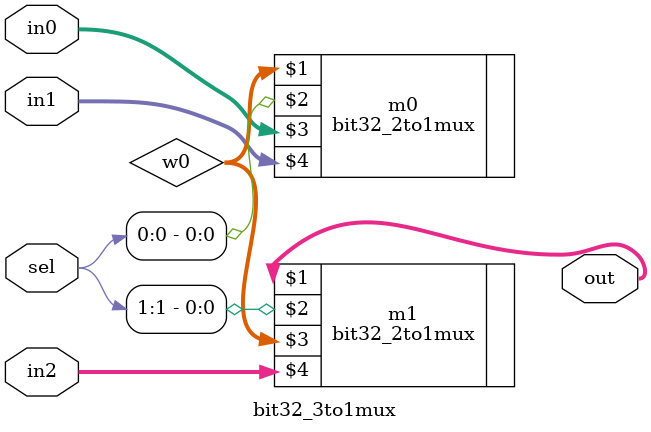
<source format=v>
`include "mux_32bit.v"

module bit32_3to1mux(out, sel, in0, in1, in2);
    input  [31:0] in0, in1, in2;
    input  [1:0]  sel;       
    output [31:0] out;

    wire [31:0] w0, w1;

    
    bit32_2to1mux m0(w0, sel[0], in0, in1);

    bit32_2to1mux m1(out, sel[1], w0, in2);
endmodule

</source>
